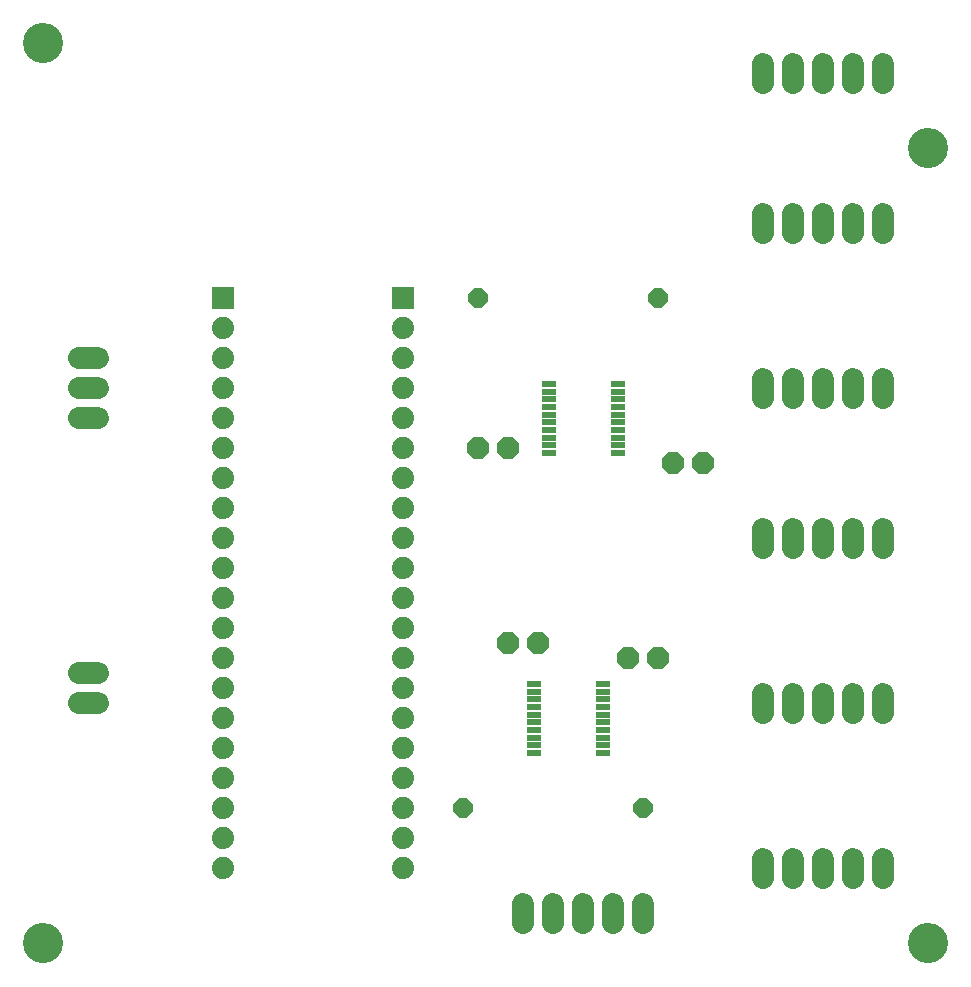
<source format=gts>
G75*
%MOIN*%
%OFA0B0*%
%FSLAX25Y25*%
%IPPOS*%
%LPD*%
%AMOC8*
5,1,8,0,0,1.08239X$1,22.5*
%
%ADD10C,0.13398*%
%ADD11R,0.07400X0.07400*%
%ADD12C,0.07400*%
%ADD13R,0.04700X0.02000*%
%ADD14OC8,0.07100*%
%ADD15OC8,0.06400*%
%ADD16C,0.07200*%
D10*
X0021000Y0021000D03*
X0316000Y0021000D03*
X0316000Y0286000D03*
X0021000Y0321000D03*
D11*
X0081000Y0236000D03*
X0141000Y0236000D03*
D12*
X0141000Y0226000D03*
X0141000Y0216000D03*
X0141000Y0206000D03*
X0141000Y0196000D03*
X0141000Y0186000D03*
X0141000Y0176000D03*
X0141000Y0166000D03*
X0141000Y0156000D03*
X0141000Y0146000D03*
X0141000Y0136000D03*
X0141000Y0126000D03*
X0141000Y0116000D03*
X0141000Y0106000D03*
X0141000Y0096000D03*
X0141000Y0086000D03*
X0141000Y0076000D03*
X0141000Y0066000D03*
X0141000Y0056000D03*
X0141000Y0046000D03*
X0081000Y0046000D03*
X0081000Y0056000D03*
X0081000Y0066000D03*
X0081000Y0076000D03*
X0081000Y0086000D03*
X0081000Y0096000D03*
X0081000Y0106000D03*
X0081000Y0116000D03*
X0081000Y0126000D03*
X0081000Y0136000D03*
X0081000Y0146000D03*
X0081000Y0156000D03*
X0081000Y0166000D03*
X0081000Y0176000D03*
X0081000Y0186000D03*
X0081000Y0196000D03*
X0081000Y0206000D03*
X0081000Y0216000D03*
X0081000Y0226000D03*
D13*
X0189513Y0207516D03*
X0189513Y0204957D03*
X0189513Y0202398D03*
X0189513Y0199839D03*
X0189513Y0197280D03*
X0189513Y0194720D03*
X0189513Y0192161D03*
X0189513Y0189602D03*
X0189513Y0187043D03*
X0189513Y0184484D03*
X0212487Y0184484D03*
X0212487Y0187043D03*
X0212487Y0189602D03*
X0212487Y0192161D03*
X0212487Y0194720D03*
X0212487Y0197280D03*
X0212487Y0199839D03*
X0212487Y0202398D03*
X0212487Y0204957D03*
X0212487Y0207516D03*
X0207487Y0107516D03*
X0207487Y0104957D03*
X0207487Y0102398D03*
X0207487Y0099839D03*
X0207487Y0097280D03*
X0207487Y0094720D03*
X0207487Y0092161D03*
X0207487Y0089602D03*
X0207487Y0087043D03*
X0207487Y0084484D03*
X0184513Y0084484D03*
X0184513Y0087043D03*
X0184513Y0089602D03*
X0184513Y0092161D03*
X0184513Y0094720D03*
X0184513Y0097280D03*
X0184513Y0099839D03*
X0184513Y0102398D03*
X0184513Y0104957D03*
X0184513Y0107516D03*
D14*
X0186000Y0121000D03*
X0176000Y0121000D03*
X0216000Y0116000D03*
X0226000Y0116000D03*
X0231000Y0181000D03*
X0241000Y0181000D03*
X0176000Y0186000D03*
X0166000Y0186000D03*
D15*
X0166000Y0236000D03*
X0226000Y0236000D03*
X0221000Y0066000D03*
X0161000Y0066000D03*
D16*
X0181000Y0034200D02*
X0181000Y0027800D01*
X0191000Y0027800D02*
X0191000Y0034200D01*
X0201000Y0034200D02*
X0201000Y0027800D01*
X0211000Y0027800D02*
X0211000Y0034200D01*
X0221000Y0034200D02*
X0221000Y0027800D01*
X0261000Y0042800D02*
X0261000Y0049200D01*
X0271000Y0049200D02*
X0271000Y0042800D01*
X0281000Y0042800D02*
X0281000Y0049200D01*
X0291000Y0049200D02*
X0291000Y0042800D01*
X0301000Y0042800D02*
X0301000Y0049200D01*
X0301000Y0097800D02*
X0301000Y0104200D01*
X0291000Y0104200D02*
X0291000Y0097800D01*
X0281000Y0097800D02*
X0281000Y0104200D01*
X0271000Y0104200D02*
X0271000Y0097800D01*
X0261000Y0097800D02*
X0261000Y0104200D01*
X0261000Y0152800D02*
X0261000Y0159200D01*
X0271000Y0159200D02*
X0271000Y0152800D01*
X0281000Y0152800D02*
X0281000Y0159200D01*
X0291000Y0159200D02*
X0291000Y0152800D01*
X0301000Y0152800D02*
X0301000Y0159200D01*
X0301000Y0202800D02*
X0301000Y0209200D01*
X0291000Y0209200D02*
X0291000Y0202800D01*
X0281000Y0202800D02*
X0281000Y0209200D01*
X0271000Y0209200D02*
X0271000Y0202800D01*
X0261000Y0202800D02*
X0261000Y0209200D01*
X0261000Y0257800D02*
X0261000Y0264200D01*
X0271000Y0264200D02*
X0271000Y0257800D01*
X0281000Y0257800D02*
X0281000Y0264200D01*
X0291000Y0264200D02*
X0291000Y0257800D01*
X0301000Y0257800D02*
X0301000Y0264200D01*
X0301000Y0307800D02*
X0301000Y0314200D01*
X0291000Y0314200D02*
X0291000Y0307800D01*
X0281000Y0307800D02*
X0281000Y0314200D01*
X0271000Y0314200D02*
X0271000Y0307800D01*
X0261000Y0307800D02*
X0261000Y0314200D01*
X0039200Y0216000D02*
X0032800Y0216000D01*
X0032800Y0206000D02*
X0039200Y0206000D01*
X0039200Y0196000D02*
X0032800Y0196000D01*
X0032800Y0111000D02*
X0039200Y0111000D01*
X0039200Y0101000D02*
X0032800Y0101000D01*
M02*

</source>
